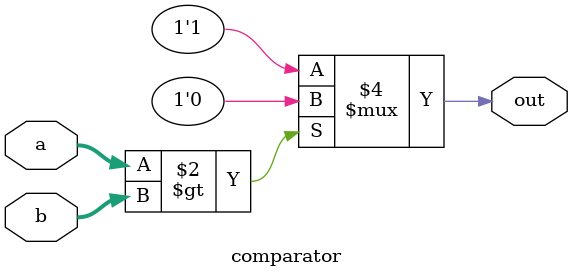
<source format=v>

`timescale 1ns / 1ps
module comparator(input [6:0] a, input [6:0] b, output reg out);
	always@(*)
	begin
		if (a > b)
			out=0;
		else
			out=1;
	end
endmodule
	



</source>
